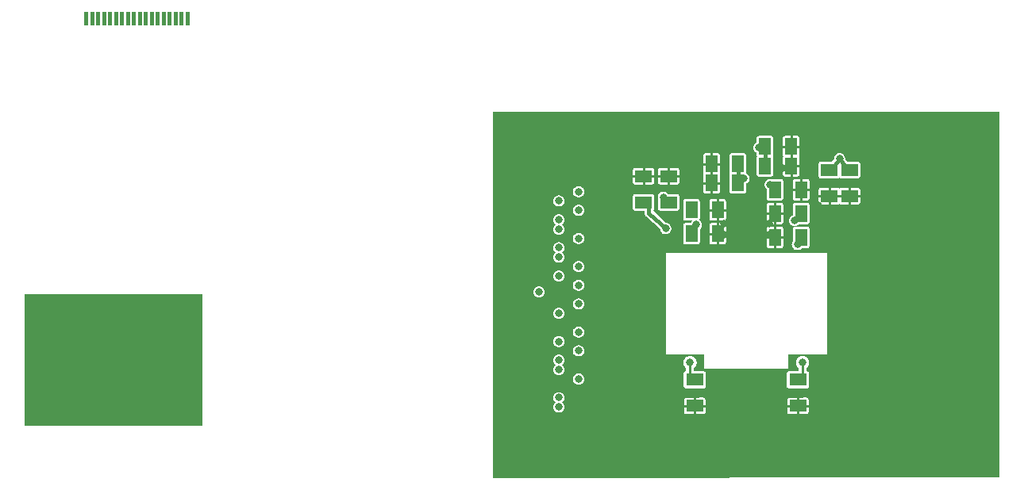
<source format=gbr>
G04 start of page 10 for group 8 idx 1 *
G04 Title: IDEF-X, bottom *
G04 Creator: pcb 1.99z *
G04 CreationDate: Mi 20 Jan 2016 16:51:44 GMT UTC *
G04 For: stephan *
G04 Format: Gerber/RS-274X *
G04 PCB-Dimensions (mil): 7874.02 3937.01 *
G04 PCB-Coordinate-Origin: lower left *
%MOIN*%
%FSLAX25Y25*%
%LNBOTTOM*%
%ADD81C,0.0866*%
%ADD80C,0.0118*%
%ADD79C,0.1024*%
%ADD78C,0.0315*%
%ADD77C,0.1575*%
%ADD76R,0.0500X0.0500*%
%ADD75R,0.0170X0.0170*%
%ADD74C,0.0157*%
%ADD73C,0.0100*%
%ADD72C,0.0001*%
G54D72*G36*
X668996Y194882D02*X736220D01*
Y41339D01*
X668996Y41183D01*
Y156283D01*
X669021Y156253D01*
X669141Y156152D01*
X669274Y156070D01*
X669419Y156010D01*
X669572Y155973D01*
X669728Y155964D01*
X676885Y155973D01*
X677037Y156010D01*
X677182Y156070D01*
X677316Y156152D01*
X677436Y156253D01*
X677537Y156373D01*
X677619Y156507D01*
X677679Y156652D01*
X677716Y156804D01*
X677725Y156961D01*
X677716Y162117D01*
X677679Y162270D01*
X677619Y162415D01*
X677537Y162548D01*
X677436Y162668D01*
X677316Y162770D01*
X677182Y162852D01*
X677037Y162912D01*
X676885Y162948D01*
X676728Y162958D01*
X669572Y162948D01*
X669419Y162912D01*
X669274Y162852D01*
X669141Y162770D01*
X669021Y162668D01*
X668996Y162638D01*
Y167283D01*
X669021Y167253D01*
X669141Y167152D01*
X669274Y167070D01*
X669419Y167010D01*
X669572Y166973D01*
X669728Y166964D01*
X676885Y166973D01*
X677037Y167010D01*
X677182Y167070D01*
X677316Y167152D01*
X677436Y167253D01*
X677537Y167373D01*
X677619Y167507D01*
X677679Y167652D01*
X677716Y167804D01*
X677725Y167961D01*
X677716Y173117D01*
X677679Y173270D01*
X677619Y173415D01*
X677537Y173548D01*
X677436Y173668D01*
X677316Y173770D01*
X677182Y173852D01*
X677037Y173912D01*
X676885Y173948D01*
X676728Y173958D01*
X672073Y173952D01*
X671439Y174902D01*
X671457Y175197D01*
X671435Y175568D01*
X671348Y175929D01*
X671206Y176273D01*
X671011Y176590D01*
X670770Y176872D01*
X670487Y177114D01*
X670170Y177308D01*
X669827Y177450D01*
X669465Y177537D01*
X669094Y177566D01*
X668996Y177559D01*
Y194882D01*
G37*
G36*
X652133D02*X668996D01*
Y177559D01*
X668724Y177537D01*
X668362Y177450D01*
X668019Y177308D01*
X667702Y177114D01*
X667419Y176872D01*
X667178Y176590D01*
X666983Y176273D01*
X666841Y175929D01*
X666754Y175568D01*
X666725Y175197D01*
X666732Y175105D01*
X665812Y173954D01*
X661107Y173948D01*
X660955Y173912D01*
X660810Y173852D01*
X660676Y173770D01*
X660557Y173668D01*
X660455Y173548D01*
X660373Y173415D01*
X660313Y173270D01*
X660276Y173117D01*
X660267Y172961D01*
X660276Y167804D01*
X660313Y167652D01*
X660373Y167507D01*
X660455Y167373D01*
X660557Y167253D01*
X660676Y167152D01*
X660810Y167070D01*
X660955Y167010D01*
X661107Y166973D01*
X661264Y166964D01*
X668420Y166973D01*
X668573Y167010D01*
X668718Y167070D01*
X668852Y167152D01*
X668971Y167253D01*
X668996Y167283D01*
Y162638D01*
X668996Y162638D01*
X668971Y162668D01*
X668852Y162770D01*
X668718Y162852D01*
X668573Y162912D01*
X668420Y162948D01*
X668264Y162958D01*
X661107Y162948D01*
X660955Y162912D01*
X660810Y162852D01*
X660676Y162770D01*
X660557Y162668D01*
X660455Y162548D01*
X660373Y162415D01*
X660313Y162270D01*
X660276Y162117D01*
X660267Y161961D01*
X660276Y156804D01*
X660313Y156652D01*
X660373Y156507D01*
X660455Y156373D01*
X660557Y156253D01*
X660676Y156152D01*
X660810Y156070D01*
X660955Y156010D01*
X661107Y155973D01*
X661264Y155964D01*
X668420Y155973D01*
X668573Y156010D01*
X668718Y156070D01*
X668852Y156152D01*
X668971Y156253D01*
X668996Y156283D01*
Y41183D01*
X652133Y41144D01*
Y67780D01*
X655231Y67784D01*
X655384Y67821D01*
X655529Y67881D01*
X655663Y67963D01*
X655782Y68064D01*
X655884Y68184D01*
X655966Y68318D01*
X656026Y68463D01*
X656063Y68615D01*
X656072Y68772D01*
X656063Y73928D01*
X656026Y74081D01*
X655966Y74226D01*
X655884Y74359D01*
X655782Y74479D01*
X655663Y74581D01*
X655529Y74663D01*
X655384Y74723D01*
X655231Y74759D01*
X655075Y74769D01*
X652133Y74765D01*
Y78597D01*
X655260Y78602D01*
X655441Y78645D01*
X655613Y78716D01*
X655771Y78813D01*
X655913Y78934D01*
X656033Y79075D01*
X656130Y79234D01*
X656202Y79406D01*
X656245Y79586D01*
X656256Y79772D01*
X656245Y84957D01*
X656202Y85138D01*
X656130Y85310D01*
X656033Y85468D01*
X655913Y85609D01*
X655771Y85730D01*
X655613Y85827D01*
X655441Y85898D01*
X655260Y85942D01*
X655224Y85944D01*
Y87378D01*
X655498Y87612D01*
X655780Y87942D01*
X656006Y88312D01*
X656172Y88713D01*
X656274Y89134D01*
X656299Y89567D01*
X656274Y89999D01*
X656172Y90421D01*
X656006Y90822D01*
X655780Y91192D01*
X655498Y91522D01*
X655168Y91803D01*
X654798Y92030D01*
X654398Y92196D01*
X653976Y92297D01*
X653543Y92331D01*
X653111Y92297D01*
X652689Y92196D01*
X652288Y92030D01*
X652133Y91935D01*
Y92913D01*
X663780D01*
Y135433D01*
X652133D01*
Y136929D01*
X652454Y137062D01*
X652771Y137256D01*
X653053Y137498D01*
X653170Y137634D01*
X655597Y137638D01*
X655750Y137675D01*
X655895Y137735D01*
X656029Y137817D01*
X656148Y137919D01*
X656250Y138038D01*
X656332Y138172D01*
X656392Y138317D01*
X656429Y138470D01*
X656438Y138626D01*
X656429Y145782D01*
X656392Y145935D01*
X656332Y146080D01*
X656250Y146214D01*
X656148Y146333D01*
X656029Y146435D01*
X655895Y146517D01*
X655750Y146577D01*
X655597Y146614D01*
X655441Y146623D01*
X652133Y146617D01*
Y147671D01*
X655597Y147678D01*
X655750Y147714D01*
X655895Y147774D01*
X656029Y147856D01*
X656148Y147958D01*
X656250Y148078D01*
X656332Y148211D01*
X656392Y148356D01*
X656429Y148509D01*
X656438Y148665D01*
X656429Y155822D01*
X656392Y155974D01*
X656332Y156119D01*
X656250Y156253D01*
X656148Y156373D01*
X656029Y156474D01*
X655895Y156556D01*
X655750Y156616D01*
X655597Y156653D01*
X655441Y156662D01*
X652133Y156656D01*
Y157711D01*
X655597Y157717D01*
X655750Y157754D01*
X655895Y157814D01*
X656029Y157896D01*
X656148Y157998D01*
X656250Y158117D01*
X656332Y158251D01*
X656392Y158396D01*
X656429Y158548D01*
X656438Y158705D01*
X656429Y165861D01*
X656392Y166014D01*
X656332Y166159D01*
X656250Y166293D01*
X656148Y166412D01*
X656029Y166514D01*
X655895Y166596D01*
X655750Y166656D01*
X655597Y166692D01*
X655441Y166702D01*
X652133Y166696D01*
Y168183D01*
X652198Y168290D01*
X652258Y168435D01*
X652295Y168588D01*
X652304Y168744D01*
X652295Y175901D01*
X652258Y176053D01*
X652198Y176198D01*
X652148Y176280D01*
X652198Y176361D01*
X652258Y176506D01*
X652295Y176659D01*
X652304Y176815D01*
X652295Y183971D01*
X652258Y184124D01*
X652198Y184269D01*
X652133Y184376D01*
Y194882D01*
G37*
G36*
Y41144D02*X641515Y41119D01*
Y87008D01*
X647638D01*
Y92913D01*
X652133D01*
Y91935D01*
X651918Y91803D01*
X651589Y91522D01*
X651307Y91192D01*
X651080Y90822D01*
X650914Y90421D01*
X650813Y89999D01*
X650779Y89567D01*
X650813Y89134D01*
X650914Y88713D01*
X651080Y88312D01*
X651307Y87942D01*
X651589Y87612D01*
X651862Y87378D01*
Y85948D01*
X647889Y85942D01*
X647709Y85898D01*
X647537Y85827D01*
X647378Y85730D01*
X647237Y85609D01*
X647116Y85468D01*
X647019Y85310D01*
X646948Y85138D01*
X646905Y84957D01*
X646894Y84772D01*
X646905Y79586D01*
X646948Y79406D01*
X647019Y79234D01*
X647116Y79075D01*
X647237Y78934D01*
X647378Y78813D01*
X647537Y78716D01*
X647709Y78645D01*
X647889Y78602D01*
X648075Y78591D01*
X652133Y78597D01*
Y74765D01*
X647918Y74759D01*
X647766Y74723D01*
X647621Y74663D01*
X647487Y74581D01*
X647368Y74479D01*
X647266Y74359D01*
X647184Y74226D01*
X647124Y74081D01*
X647087Y73928D01*
X647078Y73772D01*
X647087Y68615D01*
X647124Y68463D01*
X647184Y68318D01*
X647266Y68184D01*
X647368Y68064D01*
X647487Y67963D01*
X647621Y67881D01*
X647766Y67821D01*
X647918Y67784D01*
X648075Y67775D01*
X652133Y67780D01*
Y41144D01*
G37*
G36*
X641515Y194882D02*X652133D01*
Y184376D01*
X652116Y184403D01*
X652014Y184522D01*
X651895Y184624D01*
X651761Y184706D01*
X651616Y184766D01*
X651464Y184803D01*
X651307Y184812D01*
X646151Y184803D01*
X645998Y184766D01*
X645853Y184706D01*
X645719Y184624D01*
X645600Y184522D01*
X645498Y184403D01*
X645416Y184269D01*
X645356Y184124D01*
X645319Y183971D01*
X645310Y183815D01*
X645319Y176659D01*
X645356Y176506D01*
X645416Y176361D01*
X645466Y176280D01*
X645416Y176198D01*
X645356Y176053D01*
X645319Y175901D01*
X645310Y175744D01*
X645319Y168588D01*
X645356Y168435D01*
X645416Y168290D01*
X645498Y168156D01*
X645600Y168037D01*
X645719Y167935D01*
X645853Y167853D01*
X645998Y167793D01*
X646151Y167756D01*
X646307Y167747D01*
X651464Y167756D01*
X651616Y167793D01*
X651761Y167853D01*
X651895Y167935D01*
X652014Y168037D01*
X652116Y168156D01*
X652133Y168183D01*
Y166696D01*
X650284Y166692D01*
X650132Y166656D01*
X649987Y166596D01*
X649853Y166514D01*
X649734Y166412D01*
X649632Y166293D01*
X649550Y166159D01*
X649490Y166014D01*
X649453Y165861D01*
X649444Y165705D01*
X649453Y158548D01*
X649490Y158396D01*
X649550Y158251D01*
X649632Y158117D01*
X649734Y157998D01*
X649853Y157896D01*
X649987Y157814D01*
X650132Y157754D01*
X650284Y157717D01*
X650441Y157708D01*
X652133Y157711D01*
Y156656D01*
X650284Y156653D01*
X650132Y156616D01*
X649987Y156556D01*
X649853Y156474D01*
X649734Y156373D01*
X649632Y156253D01*
X649550Y156119D01*
X649490Y155974D01*
X649453Y155822D01*
X649444Y155665D01*
X649449Y151460D01*
X649121Y151324D01*
X648804Y151130D01*
X648521Y150888D01*
X648280Y150605D01*
X648086Y150288D01*
X647943Y149945D01*
X647857Y149583D01*
X647827Y149213D01*
X647857Y148842D01*
X647943Y148480D01*
X648086Y148137D01*
X648280Y147820D01*
X648521Y147537D01*
X648804Y147296D01*
X649121Y147101D01*
X649465Y146959D01*
X649826Y146872D01*
X650197Y146843D01*
X650568Y146872D01*
X650929Y146959D01*
X651273Y147101D01*
X651590Y147296D01*
X651872Y147537D01*
X651987Y147671D01*
X652133Y147671D01*
Y146617D01*
X650284Y146614D01*
X650132Y146577D01*
X649987Y146517D01*
X649853Y146435D01*
X649734Y146333D01*
X649632Y146214D01*
X649550Y146080D01*
X649490Y145935D01*
X649453Y145782D01*
X649444Y145626D01*
X649450Y140549D01*
X649267Y140249D01*
X649124Y139905D01*
X649038Y139544D01*
X649008Y139173D01*
X649038Y138803D01*
X649124Y138441D01*
X649267Y138098D01*
X649461Y137780D01*
X649702Y137498D01*
X649985Y137256D01*
X650302Y137062D01*
X650646Y136920D01*
X651007Y136833D01*
X651378Y136804D01*
X651749Y136833D01*
X652110Y136920D01*
X652133Y136929D01*
Y135433D01*
X641515D01*
Y137633D01*
X644597Y137638D01*
X644750Y137675D01*
X644895Y137735D01*
X645029Y137817D01*
X645148Y137919D01*
X645250Y138038D01*
X645332Y138172D01*
X645392Y138317D01*
X645429Y138470D01*
X645438Y138626D01*
X645429Y145782D01*
X645392Y145935D01*
X645332Y146080D01*
X645250Y146214D01*
X645148Y146333D01*
X645029Y146435D01*
X644895Y146517D01*
X644750Y146577D01*
X644597Y146614D01*
X644441Y146623D01*
X641515Y146618D01*
Y147672D01*
X644597Y147678D01*
X644750Y147714D01*
X644895Y147774D01*
X645029Y147856D01*
X645148Y147958D01*
X645250Y148078D01*
X645332Y148211D01*
X645392Y148356D01*
X645429Y148509D01*
X645438Y148665D01*
X645429Y155822D01*
X645392Y155974D01*
X645332Y156119D01*
X645250Y156253D01*
X645148Y156373D01*
X645029Y156474D01*
X644895Y156556D01*
X644750Y156616D01*
X644597Y156653D01*
X644441Y156662D01*
X641515Y156657D01*
Y157711D01*
X644597Y157717D01*
X644750Y157754D01*
X644895Y157814D01*
X645029Y157896D01*
X645148Y157998D01*
X645250Y158117D01*
X645332Y158251D01*
X645392Y158396D01*
X645429Y158548D01*
X645438Y158705D01*
X645429Y165861D01*
X645392Y166014D01*
X645332Y166159D01*
X645250Y166293D01*
X645148Y166412D01*
X645029Y166514D01*
X644895Y166596D01*
X644750Y166656D01*
X644597Y166692D01*
X644441Y166702D01*
X641515Y166696D01*
Y194882D01*
G37*
G36*
Y41119D02*X637085Y41109D01*
Y87008D01*
X641515D01*
Y41119D01*
G37*
G36*
X637085Y194882D02*X641515D01*
Y166696D01*
X640398Y166694D01*
X640331Y166710D01*
X639961Y166740D01*
X639590Y166710D01*
X639517Y166693D01*
X639284Y166692D01*
X639132Y166656D01*
X638987Y166596D01*
X638853Y166514D01*
X638734Y166412D01*
X638692Y166363D01*
X638568Y166287D01*
X638285Y166046D01*
X638044Y165763D01*
X637849Y165446D01*
X637707Y165102D01*
X637620Y164741D01*
X637591Y164370D01*
X637620Y163999D01*
X637707Y163638D01*
X637849Y163294D01*
X638044Y162977D01*
X638285Y162695D01*
X638448Y162555D01*
X638453Y158548D01*
X638490Y158396D01*
X638550Y158251D01*
X638632Y158117D01*
X638734Y157998D01*
X638853Y157896D01*
X638987Y157814D01*
X639132Y157754D01*
X639284Y157717D01*
X639441Y157708D01*
X641515Y157711D01*
Y156657D01*
X639284Y156653D01*
X639132Y156616D01*
X638987Y156556D01*
X638853Y156474D01*
X638734Y156373D01*
X638632Y156253D01*
X638550Y156119D01*
X638490Y155974D01*
X638453Y155822D01*
X638444Y155665D01*
X638453Y148509D01*
X638490Y148356D01*
X638550Y148211D01*
X638632Y148078D01*
X638734Y147958D01*
X638853Y147856D01*
X638987Y147774D01*
X639132Y147714D01*
X639284Y147678D01*
X639441Y147668D01*
X641515Y147672D01*
Y146618D01*
X639284Y146614D01*
X639132Y146577D01*
X638987Y146517D01*
X638853Y146435D01*
X638734Y146333D01*
X638632Y146214D01*
X638550Y146080D01*
X638490Y145935D01*
X638453Y145782D01*
X638444Y145626D01*
X638453Y138470D01*
X638490Y138317D01*
X638550Y138172D01*
X638632Y138038D01*
X638734Y137919D01*
X638853Y137817D01*
X638987Y137735D01*
X639132Y137675D01*
X639284Y137638D01*
X639441Y137629D01*
X641515Y137633D01*
Y135433D01*
X637085D01*
Y167750D01*
X640464Y167756D01*
X640616Y167793D01*
X640761Y167853D01*
X640895Y167935D01*
X641014Y168037D01*
X641116Y168156D01*
X641198Y168290D01*
X641258Y168435D01*
X641295Y168588D01*
X641304Y168744D01*
X641295Y175901D01*
X641258Y176053D01*
X641198Y176198D01*
X641148Y176280D01*
X641198Y176361D01*
X641258Y176506D01*
X641295Y176659D01*
X641304Y176815D01*
X641295Y183971D01*
X641258Y184124D01*
X641198Y184269D01*
X641116Y184403D01*
X641014Y184522D01*
X640895Y184624D01*
X640761Y184706D01*
X640616Y184766D01*
X640464Y184803D01*
X640307Y184812D01*
X637085Y184806D01*
Y194882D01*
G37*
G36*
Y41109D02*X608242Y41042D01*
Y67779D01*
X611924Y67784D01*
X612077Y67821D01*
X612222Y67881D01*
X612356Y67963D01*
X612475Y68064D01*
X612577Y68184D01*
X612659Y68318D01*
X612719Y68463D01*
X612755Y68615D01*
X612765Y68772D01*
X612755Y73928D01*
X612719Y74081D01*
X612659Y74226D01*
X612577Y74359D01*
X612475Y74479D01*
X612356Y74581D01*
X612222Y74663D01*
X612077Y74723D01*
X611924Y74759D01*
X611768Y74769D01*
X608242Y74764D01*
Y78596D01*
X611953Y78602D01*
X612134Y78645D01*
X612306Y78716D01*
X612464Y78813D01*
X612605Y78934D01*
X612726Y79075D01*
X612823Y79234D01*
X612894Y79406D01*
X612938Y79586D01*
X612949Y79772D01*
X612938Y84957D01*
X612894Y85138D01*
X612823Y85310D01*
X612726Y85468D01*
X612605Y85609D01*
X612464Y85730D01*
X612306Y85827D01*
X612134Y85898D01*
X611953Y85942D01*
X611768Y85953D01*
X608242Y85947D01*
Y87602D01*
X608254Y87612D01*
X608536Y87942D01*
X608762Y88312D01*
X608928Y88713D01*
X609030Y89134D01*
X609055Y89567D01*
X609030Y89999D01*
X608928Y90421D01*
X608762Y90822D01*
X608536Y91192D01*
X608254Y91522D01*
X608242Y91532D01*
Y92913D01*
X612205D01*
Y87008D01*
X637085D01*
Y41109D01*
G37*
G36*
X608242Y85947D02*X607980Y85947D01*
Y87378D01*
X608242Y87602D01*
Y85947D01*
G37*
G36*
Y41042D02*X597225Y41017D01*
Y92913D01*
X608242D01*
Y91532D01*
X607924Y91803D01*
X607554Y92030D01*
X607153Y92196D01*
X606732Y92297D01*
X606299Y92331D01*
X605867Y92297D01*
X605445Y92196D01*
X605044Y92030D01*
X604674Y91803D01*
X604344Y91522D01*
X604063Y91192D01*
X603836Y90822D01*
X603670Y90421D01*
X603569Y89999D01*
X603535Y89567D01*
X603569Y89134D01*
X603670Y88713D01*
X603836Y88312D01*
X604063Y87942D01*
X604344Y87612D01*
X604618Y87378D01*
Y85942D01*
X604582Y85942D01*
X604402Y85898D01*
X604230Y85827D01*
X604071Y85730D01*
X603930Y85609D01*
X603809Y85468D01*
X603712Y85310D01*
X603641Y85138D01*
X603598Y84957D01*
X603587Y84772D01*
X603598Y79586D01*
X603641Y79406D01*
X603712Y79234D01*
X603809Y79075D01*
X603930Y78934D01*
X604071Y78813D01*
X604230Y78716D01*
X604402Y78645D01*
X604582Y78602D01*
X604768Y78591D01*
X608242Y78596D01*
Y74764D01*
X604611Y74759D01*
X604459Y74723D01*
X604314Y74663D01*
X604180Y74581D01*
X604061Y74479D01*
X603959Y74359D01*
X603877Y74226D01*
X603817Y74081D01*
X603780Y73928D01*
X603771Y73772D01*
X603780Y68615D01*
X603817Y68463D01*
X603877Y68318D01*
X603959Y68184D01*
X604061Y68064D01*
X604180Y67963D01*
X604314Y67881D01*
X604459Y67821D01*
X604611Y67784D01*
X604768Y67775D01*
X608242Y67779D01*
Y41042D01*
G37*
G36*
X607313Y149248D02*X607337Y149248D01*
X607313Y149227D01*
Y149248D01*
G37*
G36*
X627084Y194882D02*X637085D01*
Y184806D01*
X635151Y184803D01*
X634998Y184766D01*
X634853Y184706D01*
X634719Y184624D01*
X634600Y184522D01*
X634498Y184403D01*
X634416Y184269D01*
X634356Y184124D01*
X634319Y183971D01*
X634310Y183815D01*
X634312Y182095D01*
X634160Y182032D01*
X633843Y181838D01*
X633561Y181597D01*
X633319Y181314D01*
X633125Y180997D01*
X632983Y180653D01*
X632896Y180292D01*
X632867Y179921D01*
X632896Y179551D01*
X632983Y179189D01*
X633125Y178846D01*
X633319Y178529D01*
X633561Y178246D01*
X633843Y178004D01*
X634160Y177810D01*
X634318Y177745D01*
X634319Y176659D01*
X634356Y176506D01*
X634416Y176361D01*
X634466Y176280D01*
X634416Y176198D01*
X634356Y176053D01*
X634319Y175901D01*
X634310Y175744D01*
X634319Y168588D01*
X634356Y168435D01*
X634416Y168290D01*
X634498Y168156D01*
X634600Y168037D01*
X634719Y167935D01*
X634853Y167853D01*
X634998Y167793D01*
X635151Y167756D01*
X635307Y167747D01*
X637085Y167750D01*
Y135433D01*
X627084D01*
Y160469D01*
X629023Y160473D01*
X629175Y160510D01*
X629320Y160570D01*
X629454Y160652D01*
X629573Y160753D01*
X629675Y160873D01*
X629757Y161007D01*
X629817Y161152D01*
X629854Y161304D01*
X629863Y161461D01*
X629859Y164754D01*
X630013Y164818D01*
X630330Y165012D01*
X630612Y165254D01*
X630854Y165536D01*
X631048Y165853D01*
X631191Y166197D01*
X631277Y166558D01*
X631299Y166929D01*
X631277Y167300D01*
X631191Y167661D01*
X631048Y168005D01*
X630854Y168322D01*
X630612Y168605D01*
X630330Y168846D01*
X630013Y169040D01*
X629782Y169136D01*
X629817Y169222D01*
X629854Y169375D01*
X629863Y169532D01*
X629854Y176688D01*
X629817Y176841D01*
X629757Y176986D01*
X629675Y177119D01*
X629573Y177239D01*
X629454Y177341D01*
X629320Y177423D01*
X629175Y177483D01*
X629023Y177519D01*
X628866Y177528D01*
X627084Y177525D01*
Y194882D01*
G37*
G36*
X617902D02*X627084D01*
Y177525D01*
X623710Y177519D01*
X623557Y177483D01*
X623412Y177423D01*
X623278Y177341D01*
X623159Y177239D01*
X623057Y177119D01*
X622975Y176986D01*
X622915Y176841D01*
X622878Y176688D01*
X622869Y176531D01*
X622878Y169375D01*
X622915Y169222D01*
X622975Y169077D01*
X623025Y168996D01*
X622975Y168915D01*
X622915Y168770D01*
X622878Y168617D01*
X622869Y168461D01*
X622878Y161304D01*
X622915Y161152D01*
X622975Y161007D01*
X623057Y160873D01*
X623159Y160753D01*
X623278Y160652D01*
X623412Y160570D01*
X623557Y160510D01*
X623710Y160473D01*
X623866Y160464D01*
X627084Y160469D01*
Y135433D01*
X617902D01*
Y139208D01*
X620558Y139213D01*
X620711Y139250D01*
X620856Y139310D01*
X620989Y139392D01*
X621109Y139494D01*
X621211Y139613D01*
X621293Y139747D01*
X621353Y139892D01*
X621389Y140044D01*
X621399Y140201D01*
X621389Y147357D01*
X621353Y147510D01*
X621293Y147655D01*
X621211Y147789D01*
X621109Y147908D01*
X620989Y148010D01*
X620856Y148092D01*
X620711Y148152D01*
X620558Y148189D01*
X620402Y148198D01*
X617902Y148193D01*
Y149248D01*
X620558Y149252D01*
X620711Y149289D01*
X620856Y149349D01*
X620989Y149431D01*
X621109Y149533D01*
X621211Y149652D01*
X621293Y149786D01*
X621353Y149931D01*
X621389Y150084D01*
X621399Y150240D01*
X621389Y157397D01*
X621353Y157549D01*
X621293Y157694D01*
X621211Y157828D01*
X621109Y157947D01*
X620989Y158049D01*
X620856Y158131D01*
X620711Y158191D01*
X620558Y158228D01*
X620402Y158237D01*
X617902Y158233D01*
Y160473D01*
X618023Y160473D01*
X618175Y160510D01*
X618320Y160570D01*
X618454Y160652D01*
X618573Y160753D01*
X618675Y160873D01*
X618757Y161007D01*
X618817Y161152D01*
X618854Y161304D01*
X618863Y161461D01*
X618854Y168617D01*
X618817Y168770D01*
X618757Y168915D01*
X618707Y168996D01*
X618757Y169077D01*
X618817Y169222D01*
X618854Y169375D01*
X618863Y169532D01*
X618854Y176688D01*
X618817Y176841D01*
X618757Y176986D01*
X618675Y177119D01*
X618573Y177239D01*
X618454Y177341D01*
X618320Y177423D01*
X618175Y177483D01*
X618023Y177519D01*
X617902Y177526D01*
Y194882D01*
G37*
G36*
X607313D02*X617902D01*
Y177526D01*
X617866Y177528D01*
X612710Y177519D01*
X612557Y177483D01*
X612412Y177423D01*
X612278Y177341D01*
X612159Y177239D01*
X612057Y177119D01*
X611975Y176986D01*
X611915Y176841D01*
X611878Y176688D01*
X611869Y176531D01*
X611878Y169375D01*
X611915Y169222D01*
X611975Y169077D01*
X612025Y168996D01*
X611975Y168915D01*
X611915Y168770D01*
X611878Y168617D01*
X611869Y168461D01*
X611878Y161304D01*
X611915Y161152D01*
X611975Y161007D01*
X612057Y160873D01*
X612159Y160753D01*
X612278Y160652D01*
X612412Y160570D01*
X612557Y160510D01*
X612710Y160473D01*
X612866Y160464D01*
X617902Y160473D01*
Y158233D01*
X615245Y158228D01*
X615093Y158191D01*
X614948Y158131D01*
X614814Y158049D01*
X614694Y157947D01*
X614592Y157828D01*
X614510Y157694D01*
X614450Y157549D01*
X614414Y157397D01*
X614405Y157240D01*
X614414Y150084D01*
X614450Y149931D01*
X614510Y149786D01*
X614592Y149652D01*
X614694Y149533D01*
X614814Y149431D01*
X614948Y149349D01*
X615093Y149289D01*
X615245Y149252D01*
X615402Y149243D01*
X617902Y149248D01*
Y148193D01*
X615245Y148189D01*
X615093Y148152D01*
X614948Y148092D01*
X614814Y148010D01*
X614694Y147908D01*
X614592Y147789D01*
X614510Y147655D01*
X614450Y147510D01*
X614414Y147357D01*
X614405Y147201D01*
X614414Y140044D01*
X614450Y139892D01*
X614510Y139747D01*
X614592Y139613D01*
X614694Y139494D01*
X614814Y139392D01*
X614948Y139310D01*
X615093Y139250D01*
X615245Y139213D01*
X615402Y139204D01*
X617902Y139208D01*
Y135433D01*
X607313D01*
Y139209D01*
X609558Y139213D01*
X609711Y139250D01*
X609856Y139310D01*
X609989Y139392D01*
X610109Y139494D01*
X610211Y139613D01*
X610293Y139747D01*
X610353Y139892D01*
X610389Y140044D01*
X610399Y140201D01*
X610392Y145644D01*
X610534Y145765D01*
X610775Y146048D01*
X610970Y146365D01*
X611112Y146709D01*
X611199Y147070D01*
X611220Y147441D01*
X611199Y147812D01*
X611112Y148173D01*
X610970Y148517D01*
X610775Y148834D01*
X610534Y149116D01*
X610251Y149358D01*
X610049Y149482D01*
X610109Y149533D01*
X610211Y149652D01*
X610293Y149786D01*
X610353Y149931D01*
X610389Y150084D01*
X610399Y150240D01*
X610389Y157397D01*
X610353Y157549D01*
X610293Y157694D01*
X610211Y157828D01*
X610109Y157947D01*
X609989Y158049D01*
X609856Y158131D01*
X609711Y158191D01*
X609558Y158228D01*
X609402Y158237D01*
X607313Y158233D01*
Y194882D01*
G37*
G36*
X597225D02*X607313D01*
Y158233D01*
X604245Y158228D01*
X604093Y158191D01*
X603948Y158131D01*
X603814Y158049D01*
X603694Y157947D01*
X603592Y157828D01*
X603510Y157694D01*
X603450Y157549D01*
X603414Y157397D01*
X603405Y157240D01*
X603414Y150084D01*
X603450Y149931D01*
X603510Y149786D01*
X603592Y149652D01*
X603694Y149533D01*
X603814Y149431D01*
X603948Y149349D01*
X604093Y149289D01*
X604245Y149252D01*
X604402Y149243D01*
X607313Y149248D01*
Y149227D01*
X607183Y149116D01*
X606941Y148834D01*
X606747Y148517D01*
X606613Y148193D01*
X604245Y148189D01*
X604093Y148152D01*
X603948Y148092D01*
X603814Y148010D01*
X603694Y147908D01*
X603592Y147789D01*
X603510Y147655D01*
X603450Y147510D01*
X603414Y147357D01*
X603405Y147201D01*
X603414Y140044D01*
X603450Y139892D01*
X603510Y139747D01*
X603592Y139613D01*
X603694Y139494D01*
X603814Y139392D01*
X603948Y139310D01*
X604093Y139250D01*
X604245Y139213D01*
X604402Y139204D01*
X607313Y139209D01*
Y135433D01*
X597225D01*
Y143808D01*
X597456Y143949D01*
X597738Y144191D01*
X597980Y144473D01*
X598174Y144790D01*
X598317Y145134D01*
X598403Y145495D01*
X598425Y145866D01*
X598403Y146237D01*
X598317Y146598D01*
X598174Y146942D01*
X597980Y147259D01*
X597738Y147542D01*
X597456Y147783D01*
X597225Y147924D01*
Y153409D01*
X600901Y153414D01*
X601053Y153450D01*
X601198Y153511D01*
X601332Y153592D01*
X601451Y153694D01*
X601553Y153814D01*
X601635Y153948D01*
X601695Y154093D01*
X601732Y154245D01*
X601741Y154402D01*
X601732Y159558D01*
X601695Y159711D01*
X601635Y159856D01*
X601553Y159989D01*
X601451Y160109D01*
X601332Y160211D01*
X601198Y160293D01*
X601053Y160353D01*
X600901Y160389D01*
X600744Y160399D01*
X597225Y160394D01*
Y164409D01*
X600901Y164414D01*
X601053Y164450D01*
X601198Y164511D01*
X601332Y164592D01*
X601451Y164694D01*
X601553Y164814D01*
X601635Y164948D01*
X601695Y165093D01*
X601732Y165245D01*
X601741Y165402D01*
X601732Y170558D01*
X601695Y170711D01*
X601635Y170856D01*
X601553Y170989D01*
X601451Y171109D01*
X601332Y171211D01*
X601198Y171293D01*
X601053Y171353D01*
X600901Y171389D01*
X600744Y171399D01*
X597225Y171394D01*
Y194882D01*
G37*
G36*
X586811Y153409D02*X587189Y153410D01*
Y152393D01*
X587185Y152284D01*
X587201Y152152D01*
X587206Y152082D01*
X587215Y152044D01*
X587219Y152005D01*
X587247Y151907D01*
X587271Y151808D01*
X587286Y151772D01*
X587297Y151735D01*
X587340Y151642D01*
X587379Y151548D01*
X587399Y151515D01*
X587416Y151480D01*
X587473Y151395D01*
X587526Y151308D01*
X587551Y151279D01*
X587573Y151246D01*
X587622Y151196D01*
X587709Y151094D01*
X587792Y151024D01*
X593715Y145594D01*
X593723Y145495D01*
X593809Y145134D01*
X593952Y144790D01*
X594146Y144473D01*
X594388Y144191D01*
X594670Y143949D01*
X594987Y143755D01*
X595331Y143613D01*
X595692Y143526D01*
X596063Y143497D01*
X596434Y143526D01*
X596795Y143613D01*
X597139Y143755D01*
X597225Y143808D01*
Y135433D01*
X596063D01*
Y92913D01*
X597225D01*
Y41017D01*
X586811Y40993D01*
Y153409D01*
G37*
G36*
Y194882D02*X597225D01*
Y171394D01*
X593588Y171389D01*
X593435Y171353D01*
X593290Y171293D01*
X593156Y171211D01*
X593037Y171109D01*
X592935Y170989D01*
X592853Y170856D01*
X592793Y170711D01*
X592756Y170558D01*
X592747Y170402D01*
X592756Y165245D01*
X592793Y165093D01*
X592853Y164948D01*
X592935Y164814D01*
X593037Y164694D01*
X593156Y164592D01*
X593290Y164511D01*
X593435Y164450D01*
X593588Y164414D01*
X593744Y164405D01*
X597225Y164409D01*
Y160394D01*
X597029Y160394D01*
X596996Y160448D01*
X596754Y160731D01*
X596471Y160972D01*
X596154Y161166D01*
X595811Y161309D01*
X595449Y161395D01*
X595079Y161425D01*
X594708Y161395D01*
X594347Y161309D01*
X594003Y161166D01*
X593686Y160972D01*
X593403Y160731D01*
X593162Y160448D01*
X592968Y160131D01*
X592854Y159858D01*
X592853Y159856D01*
X592793Y159711D01*
X592756Y159558D01*
X592752Y159482D01*
X592738Y159426D01*
X592709Y159055D01*
X592738Y158684D01*
X592748Y158643D01*
X592756Y154245D01*
X592793Y154093D01*
X592853Y153948D01*
X592935Y153814D01*
X593037Y153694D01*
X593156Y153592D01*
X593290Y153511D01*
X593435Y153450D01*
X593588Y153414D01*
X593744Y153405D01*
X597225Y153409D01*
Y147924D01*
X597139Y147977D01*
X596795Y148120D01*
X596434Y148206D01*
X596129Y148230D01*
X590764Y153148D01*
Y153510D01*
X590765Y153511D01*
X590899Y153592D01*
X591018Y153694D01*
X591120Y153814D01*
X591202Y153948D01*
X591262Y154093D01*
X591299Y154245D01*
X591308Y154402D01*
X591299Y159558D01*
X591262Y159711D01*
X591202Y159856D01*
X591120Y159989D01*
X591018Y160109D01*
X590899Y160211D01*
X590765Y160293D01*
X590620Y160353D01*
X590467Y160389D01*
X590311Y160399D01*
X586811Y160394D01*
Y164409D01*
X590467Y164414D01*
X590620Y164450D01*
X590765Y164511D01*
X590899Y164592D01*
X591018Y164694D01*
X591120Y164814D01*
X591202Y164948D01*
X591262Y165093D01*
X591299Y165245D01*
X591308Y165402D01*
X591299Y170558D01*
X591262Y170711D01*
X591202Y170856D01*
X591120Y170989D01*
X591018Y171109D01*
X590899Y171211D01*
X590765Y171293D01*
X590620Y171353D01*
X590467Y171389D01*
X590311Y171399D01*
X586811Y171394D01*
Y194882D01*
G37*
G36*
X559445D02*X586811D01*
Y171394D01*
X583155Y171389D01*
X583002Y171353D01*
X582857Y171293D01*
X582723Y171211D01*
X582604Y171109D01*
X582502Y170989D01*
X582420Y170856D01*
X582360Y170711D01*
X582323Y170558D01*
X582314Y170402D01*
X582323Y165245D01*
X582360Y165093D01*
X582420Y164948D01*
X582502Y164814D01*
X582604Y164694D01*
X582723Y164592D01*
X582857Y164511D01*
X583002Y164450D01*
X583155Y164414D01*
X583311Y164405D01*
X586811Y164409D01*
Y160394D01*
X583155Y160389D01*
X583002Y160353D01*
X582857Y160293D01*
X582723Y160211D01*
X582604Y160109D01*
X582502Y159989D01*
X582420Y159856D01*
X582360Y159711D01*
X582323Y159558D01*
X582314Y159402D01*
X582323Y154245D01*
X582360Y154093D01*
X582420Y153948D01*
X582502Y153814D01*
X582604Y153694D01*
X582723Y153592D01*
X582857Y153511D01*
X583002Y153450D01*
X583155Y153414D01*
X583311Y153405D01*
X586811Y153409D01*
Y40993D01*
X559445Y40929D01*
Y80308D01*
X559449Y80308D01*
X559819Y80337D01*
X560181Y80424D01*
X560525Y80566D01*
X560842Y80760D01*
X561124Y81002D01*
X561366Y81284D01*
X561560Y81601D01*
X561702Y81945D01*
X561789Y82306D01*
X561811Y82677D01*
X561789Y83048D01*
X561702Y83409D01*
X561560Y83753D01*
X561366Y84070D01*
X561124Y84353D01*
X560842Y84594D01*
X560525Y84788D01*
X560181Y84931D01*
X559819Y85017D01*
X559449Y85047D01*
X559445Y85046D01*
Y92119D01*
X559449Y92119D01*
X559819Y92148D01*
X560181Y92235D01*
X560525Y92377D01*
X560842Y92571D01*
X561124Y92813D01*
X561366Y93095D01*
X561560Y93412D01*
X561702Y93756D01*
X561789Y94118D01*
X561811Y94488D01*
X561789Y94859D01*
X561702Y95220D01*
X561560Y95564D01*
X561366Y95881D01*
X561124Y96164D01*
X560842Y96405D01*
X560525Y96599D01*
X560181Y96742D01*
X559819Y96829D01*
X559449Y96858D01*
X559445Y96857D01*
Y99993D01*
X559449Y99993D01*
X559819Y100022D01*
X560181Y100109D01*
X560525Y100251D01*
X560842Y100445D01*
X561124Y100687D01*
X561366Y100969D01*
X561560Y101286D01*
X561702Y101630D01*
X561789Y101992D01*
X561811Y102362D01*
X561789Y102733D01*
X561702Y103094D01*
X561560Y103438D01*
X561366Y103755D01*
X561124Y104038D01*
X560842Y104279D01*
X560525Y104473D01*
X560181Y104616D01*
X559819Y104703D01*
X559449Y104732D01*
X559445Y104731D01*
Y111804D01*
X559449Y111804D01*
X559819Y111833D01*
X560181Y111920D01*
X560525Y112062D01*
X560842Y112256D01*
X561124Y112498D01*
X561366Y112780D01*
X561560Y113098D01*
X561702Y113441D01*
X561789Y113803D01*
X561811Y114173D01*
X561789Y114544D01*
X561702Y114905D01*
X561560Y115249D01*
X561366Y115566D01*
X561124Y115849D01*
X560842Y116090D01*
X560525Y116284D01*
X560181Y116427D01*
X559819Y116514D01*
X559449Y116543D01*
X559445Y116542D01*
Y119678D01*
X559449Y119678D01*
X559819Y119707D01*
X560181Y119794D01*
X560525Y119936D01*
X560842Y120130D01*
X561124Y120372D01*
X561366Y120654D01*
X561560Y120972D01*
X561702Y121315D01*
X561789Y121677D01*
X561811Y122047D01*
X561789Y122418D01*
X561702Y122779D01*
X561560Y123123D01*
X561366Y123440D01*
X561124Y123723D01*
X560842Y123964D01*
X560525Y124158D01*
X560181Y124301D01*
X559819Y124388D01*
X559449Y124417D01*
X559445Y124416D01*
Y127552D01*
X559449Y127552D01*
X559819Y127581D01*
X560181Y127668D01*
X560525Y127810D01*
X560842Y128004D01*
X561124Y128246D01*
X561366Y128529D01*
X561560Y128846D01*
X561702Y129189D01*
X561789Y129551D01*
X561811Y129921D01*
X561789Y130292D01*
X561702Y130653D01*
X561560Y130997D01*
X561366Y131314D01*
X561124Y131597D01*
X560842Y131838D01*
X560525Y132032D01*
X560181Y132175D01*
X559819Y132262D01*
X559449Y132291D01*
X559445Y132290D01*
Y139363D01*
X559449Y139363D01*
X559819Y139392D01*
X560181Y139479D01*
X560525Y139621D01*
X560842Y139815D01*
X561124Y140057D01*
X561366Y140340D01*
X561560Y140657D01*
X561702Y141000D01*
X561789Y141362D01*
X561811Y141732D01*
X561789Y142103D01*
X561702Y142464D01*
X561560Y142808D01*
X561366Y143125D01*
X561124Y143408D01*
X560842Y143649D01*
X560525Y143844D01*
X560181Y143986D01*
X559819Y144073D01*
X559449Y144102D01*
X559445Y144101D01*
Y151174D01*
X559449Y151174D01*
X559819Y151203D01*
X560181Y151290D01*
X560525Y151432D01*
X560842Y151626D01*
X561124Y151868D01*
X561366Y152151D01*
X561560Y152468D01*
X561702Y152811D01*
X561789Y153173D01*
X561811Y153543D01*
X561789Y153914D01*
X561702Y154276D01*
X561560Y154619D01*
X561366Y154936D01*
X561124Y155219D01*
X560842Y155460D01*
X560525Y155655D01*
X560181Y155797D01*
X559819Y155884D01*
X559449Y155913D01*
X559445Y155913D01*
Y159048D01*
X559449Y159048D01*
X559819Y159077D01*
X560181Y159164D01*
X560525Y159306D01*
X560842Y159500D01*
X561124Y159742D01*
X561366Y160025D01*
X561560Y160342D01*
X561702Y160685D01*
X561789Y161047D01*
X561811Y161417D01*
X561789Y161788D01*
X561702Y162150D01*
X561560Y162493D01*
X561366Y162810D01*
X561124Y163093D01*
X560842Y163334D01*
X560525Y163529D01*
X560181Y163671D01*
X559819Y163758D01*
X559449Y163787D01*
X559445Y163787D01*
Y194882D01*
G37*
G36*
X551177D02*X559445D01*
Y163787D01*
X559078Y163758D01*
X558717Y163671D01*
X558373Y163529D01*
X558056Y163334D01*
X557773Y163093D01*
X557532Y162810D01*
X557338Y162493D01*
X557195Y162150D01*
X557108Y161788D01*
X557079Y161417D01*
X557108Y161047D01*
X557195Y160685D01*
X557338Y160342D01*
X557532Y160025D01*
X557773Y159742D01*
X558056Y159500D01*
X558373Y159306D01*
X558717Y159164D01*
X559078Y159077D01*
X559445Y159048D01*
Y155913D01*
X559078Y155884D01*
X558717Y155797D01*
X558373Y155655D01*
X558056Y155460D01*
X557773Y155219D01*
X557532Y154936D01*
X557338Y154619D01*
X557195Y154276D01*
X557108Y153914D01*
X557079Y153543D01*
X557108Y153173D01*
X557195Y152811D01*
X557338Y152468D01*
X557532Y152151D01*
X557773Y151868D01*
X558056Y151626D01*
X558373Y151432D01*
X558717Y151290D01*
X559078Y151203D01*
X559445Y151174D01*
Y144101D01*
X559078Y144073D01*
X558717Y143986D01*
X558373Y143844D01*
X558056Y143649D01*
X557773Y143408D01*
X557532Y143125D01*
X557338Y142808D01*
X557195Y142464D01*
X557108Y142103D01*
X557079Y141732D01*
X557108Y141362D01*
X557195Y141000D01*
X557338Y140657D01*
X557532Y140340D01*
X557773Y140057D01*
X558056Y139815D01*
X558373Y139621D01*
X558717Y139479D01*
X559078Y139392D01*
X559445Y139363D01*
Y132290D01*
X559078Y132262D01*
X558717Y132175D01*
X558373Y132032D01*
X558056Y131838D01*
X557773Y131597D01*
X557532Y131314D01*
X557338Y130997D01*
X557195Y130653D01*
X557108Y130292D01*
X557079Y129921D01*
X557108Y129551D01*
X557195Y129189D01*
X557338Y128846D01*
X557532Y128529D01*
X557773Y128246D01*
X558056Y128004D01*
X558373Y127810D01*
X558717Y127668D01*
X559078Y127581D01*
X559445Y127552D01*
Y124416D01*
X559078Y124388D01*
X558717Y124301D01*
X558373Y124158D01*
X558056Y123964D01*
X557773Y123723D01*
X557532Y123440D01*
X557338Y123123D01*
X557195Y122779D01*
X557108Y122418D01*
X557079Y122047D01*
X557108Y121677D01*
X557195Y121315D01*
X557338Y120972D01*
X557532Y120654D01*
X557773Y120372D01*
X558056Y120130D01*
X558373Y119936D01*
X558717Y119794D01*
X559078Y119707D01*
X559445Y119678D01*
Y116542D01*
X559078Y116514D01*
X558717Y116427D01*
X558373Y116284D01*
X558056Y116090D01*
X557773Y115849D01*
X557532Y115566D01*
X557338Y115249D01*
X557195Y114905D01*
X557108Y114544D01*
X557079Y114173D01*
X557108Y113803D01*
X557195Y113441D01*
X557338Y113098D01*
X557532Y112780D01*
X557773Y112498D01*
X558056Y112256D01*
X558373Y112062D01*
X558717Y111920D01*
X559078Y111833D01*
X559445Y111804D01*
Y104731D01*
X559078Y104703D01*
X558717Y104616D01*
X558373Y104473D01*
X558056Y104279D01*
X557773Y104038D01*
X557532Y103755D01*
X557338Y103438D01*
X557195Y103094D01*
X557108Y102733D01*
X557079Y102362D01*
X557108Y101992D01*
X557195Y101630D01*
X557338Y101286D01*
X557532Y100969D01*
X557773Y100687D01*
X558056Y100445D01*
X558373Y100251D01*
X558717Y100109D01*
X559078Y100022D01*
X559445Y99993D01*
Y96857D01*
X559078Y96829D01*
X558717Y96742D01*
X558373Y96599D01*
X558056Y96405D01*
X557773Y96164D01*
X557532Y95881D01*
X557338Y95564D01*
X557195Y95220D01*
X557108Y94859D01*
X557079Y94488D01*
X557108Y94118D01*
X557195Y93756D01*
X557338Y93412D01*
X557532Y93095D01*
X557773Y92813D01*
X558056Y92571D01*
X558373Y92377D01*
X558717Y92235D01*
X559078Y92148D01*
X559445Y92119D01*
Y85046D01*
X559078Y85017D01*
X558717Y84931D01*
X558373Y84788D01*
X558056Y84594D01*
X557773Y84353D01*
X557532Y84070D01*
X557338Y83753D01*
X557195Y83409D01*
X557108Y83048D01*
X557079Y82677D01*
X557108Y82306D01*
X557195Y81945D01*
X557338Y81601D01*
X557532Y81284D01*
X557773Y81002D01*
X558056Y80760D01*
X558373Y80566D01*
X558717Y80424D01*
X559078Y80337D01*
X559445Y80308D01*
Y40929D01*
X551177Y40910D01*
Y68497D01*
X551181Y68497D01*
X551552Y68526D01*
X551913Y68613D01*
X552257Y68755D01*
X552574Y68949D01*
X552857Y69191D01*
X553098Y69473D01*
X553292Y69790D01*
X553435Y70134D01*
X553521Y70495D01*
X553543Y70866D01*
X553521Y71237D01*
X553435Y71598D01*
X553292Y71942D01*
X553098Y72259D01*
X552857Y72542D01*
X552574Y72783D01*
X552490Y72835D01*
X552574Y72886D01*
X552857Y73128D01*
X553098Y73410D01*
X553292Y73727D01*
X553435Y74071D01*
X553521Y74432D01*
X553543Y74803D01*
X553521Y75174D01*
X553435Y75535D01*
X553292Y75879D01*
X553098Y76196D01*
X552857Y76479D01*
X552574Y76720D01*
X552257Y76914D01*
X551913Y77057D01*
X551552Y77143D01*
X551181Y77173D01*
X551177Y77172D01*
Y84245D01*
X551181Y84245D01*
X551552Y84274D01*
X551913Y84361D01*
X552257Y84503D01*
X552574Y84697D01*
X552857Y84939D01*
X553098Y85221D01*
X553292Y85538D01*
X553435Y85882D01*
X553521Y86244D01*
X553543Y86614D01*
X553521Y86985D01*
X553435Y87346D01*
X553292Y87690D01*
X553098Y88007D01*
X552857Y88290D01*
X552574Y88531D01*
X552490Y88583D01*
X552574Y88634D01*
X552857Y88876D01*
X553098Y89158D01*
X553292Y89475D01*
X553435Y89819D01*
X553521Y90181D01*
X553543Y90551D01*
X553521Y90922D01*
X553435Y91283D01*
X553292Y91627D01*
X553098Y91944D01*
X552857Y92227D01*
X552574Y92468D01*
X552257Y92662D01*
X551913Y92805D01*
X551552Y92892D01*
X551181Y92921D01*
X551177Y92920D01*
Y96056D01*
X551181Y96056D01*
X551552Y96085D01*
X551913Y96172D01*
X552257Y96314D01*
X552574Y96508D01*
X552857Y96750D01*
X553098Y97032D01*
X553292Y97349D01*
X553435Y97693D01*
X553521Y98055D01*
X553543Y98425D01*
X553521Y98796D01*
X553435Y99157D01*
X553292Y99501D01*
X553098Y99818D01*
X552857Y100101D01*
X552574Y100342D01*
X552257Y100536D01*
X551913Y100679D01*
X551552Y100766D01*
X551181Y100795D01*
X551177Y100794D01*
Y107867D01*
X551181Y107867D01*
X551552Y107896D01*
X551913Y107983D01*
X552257Y108125D01*
X552574Y108319D01*
X552857Y108561D01*
X553098Y108843D01*
X553292Y109160D01*
X553435Y109504D01*
X553521Y109866D01*
X553543Y110236D01*
X553521Y110607D01*
X553435Y110968D01*
X553292Y111312D01*
X553098Y111629D01*
X552857Y111912D01*
X552574Y112153D01*
X552257Y112347D01*
X551913Y112490D01*
X551552Y112577D01*
X551181Y112606D01*
X551177Y112605D01*
Y123615D01*
X551181Y123615D01*
X551552Y123644D01*
X551913Y123731D01*
X552257Y123873D01*
X552574Y124067D01*
X552857Y124309D01*
X553098Y124592D01*
X553292Y124909D01*
X553435Y125252D01*
X553521Y125614D01*
X553543Y125984D01*
X553521Y126355D01*
X553435Y126716D01*
X553292Y127060D01*
X553098Y127377D01*
X552857Y127660D01*
X552574Y127901D01*
X552257Y128095D01*
X551913Y128238D01*
X551552Y128325D01*
X551181Y128354D01*
X551177Y128353D01*
Y131489D01*
X551181Y131489D01*
X551552Y131518D01*
X551913Y131605D01*
X552257Y131747D01*
X552574Y131941D01*
X552857Y132183D01*
X553098Y132466D01*
X553292Y132783D01*
X553435Y133126D01*
X553521Y133488D01*
X553543Y133858D01*
X553521Y134229D01*
X553435Y134590D01*
X553292Y134934D01*
X553098Y135251D01*
X552857Y135534D01*
X552574Y135775D01*
X552490Y135827D01*
X552574Y135878D01*
X552857Y136120D01*
X553098Y136403D01*
X553292Y136720D01*
X553435Y137063D01*
X553521Y137425D01*
X553543Y137795D01*
X553521Y138166D01*
X553435Y138527D01*
X553292Y138871D01*
X553098Y139188D01*
X552857Y139471D01*
X552574Y139712D01*
X552257Y139907D01*
X551913Y140049D01*
X551552Y140136D01*
X551181Y140165D01*
X551177Y140164D01*
Y143300D01*
X551181Y143300D01*
X551552Y143329D01*
X551913Y143416D01*
X552257Y143558D01*
X552574Y143752D01*
X552857Y143994D01*
X553098Y144277D01*
X553292Y144594D01*
X553435Y144937D01*
X553521Y145299D01*
X553543Y145669D01*
X553521Y146040D01*
X553435Y146402D01*
X553292Y146745D01*
X553098Y147062D01*
X552857Y147345D01*
X552574Y147586D01*
X552490Y147638D01*
X552574Y147689D01*
X552857Y147931D01*
X553098Y148214D01*
X553292Y148531D01*
X553435Y148874D01*
X553521Y149236D01*
X553543Y149606D01*
X553521Y149977D01*
X553435Y150339D01*
X553292Y150682D01*
X553098Y150999D01*
X552857Y151282D01*
X552574Y151523D01*
X552257Y151718D01*
X551913Y151860D01*
X551552Y151947D01*
X551181Y151976D01*
X551177Y151976D01*
Y155111D01*
X551181Y155111D01*
X551552Y155140D01*
X551913Y155227D01*
X552257Y155369D01*
X552574Y155563D01*
X552857Y155805D01*
X553098Y156088D01*
X553292Y156405D01*
X553435Y156748D01*
X553521Y157110D01*
X553543Y157480D01*
X553521Y157851D01*
X553435Y158213D01*
X553292Y158556D01*
X553098Y158873D01*
X552857Y159156D01*
X552574Y159397D01*
X552257Y159592D01*
X551913Y159734D01*
X551552Y159821D01*
X551181Y159850D01*
X551177Y159850D01*
Y194882D01*
G37*
G36*
X542910D02*X551177D01*
Y159850D01*
X550810Y159821D01*
X550449Y159734D01*
X550105Y159592D01*
X549788Y159397D01*
X549506Y159156D01*
X549264Y158873D01*
X549070Y158556D01*
X548928Y158213D01*
X548841Y157851D01*
X548812Y157480D01*
X548841Y157110D01*
X548928Y156748D01*
X549070Y156405D01*
X549264Y156088D01*
X549506Y155805D01*
X549788Y155563D01*
X550105Y155369D01*
X550449Y155227D01*
X550810Y155140D01*
X551177Y155111D01*
Y151976D01*
X550810Y151947D01*
X550449Y151860D01*
X550105Y151718D01*
X549788Y151523D01*
X549506Y151282D01*
X549264Y150999D01*
X549070Y150682D01*
X548928Y150339D01*
X548841Y149977D01*
X548812Y149606D01*
X548841Y149236D01*
X548928Y148874D01*
X549070Y148531D01*
X549264Y148214D01*
X549506Y147931D01*
X549788Y147689D01*
X549872Y147638D01*
X549788Y147586D01*
X549506Y147345D01*
X549264Y147062D01*
X549070Y146745D01*
X548928Y146402D01*
X548841Y146040D01*
X548812Y145669D01*
X548841Y145299D01*
X548928Y144937D01*
X549070Y144594D01*
X549264Y144277D01*
X549506Y143994D01*
X549788Y143752D01*
X550105Y143558D01*
X550449Y143416D01*
X550810Y143329D01*
X551177Y143300D01*
Y140164D01*
X550810Y140136D01*
X550449Y140049D01*
X550105Y139907D01*
X549788Y139712D01*
X549506Y139471D01*
X549264Y139188D01*
X549070Y138871D01*
X548928Y138527D01*
X548841Y138166D01*
X548812Y137795D01*
X548841Y137425D01*
X548928Y137063D01*
X549070Y136720D01*
X549264Y136403D01*
X549506Y136120D01*
X549788Y135878D01*
X549872Y135827D01*
X549788Y135775D01*
X549506Y135534D01*
X549264Y135251D01*
X549070Y134934D01*
X548928Y134590D01*
X548841Y134229D01*
X548812Y133858D01*
X548841Y133488D01*
X548928Y133126D01*
X549070Y132783D01*
X549264Y132466D01*
X549506Y132183D01*
X549788Y131941D01*
X550105Y131747D01*
X550449Y131605D01*
X550810Y131518D01*
X551177Y131489D01*
Y128353D01*
X550810Y128325D01*
X550449Y128238D01*
X550105Y128095D01*
X549788Y127901D01*
X549506Y127660D01*
X549264Y127377D01*
X549070Y127060D01*
X548928Y126716D01*
X548841Y126355D01*
X548812Y125984D01*
X548841Y125614D01*
X548928Y125252D01*
X549070Y124909D01*
X549264Y124592D01*
X549506Y124309D01*
X549788Y124067D01*
X550105Y123873D01*
X550449Y123731D01*
X550810Y123644D01*
X551177Y123615D01*
Y112605D01*
X550810Y112577D01*
X550449Y112490D01*
X550105Y112347D01*
X549788Y112153D01*
X549506Y111912D01*
X549264Y111629D01*
X549070Y111312D01*
X548928Y110968D01*
X548841Y110607D01*
X548812Y110236D01*
X548841Y109866D01*
X548928Y109504D01*
X549070Y109160D01*
X549264Y108843D01*
X549506Y108561D01*
X549788Y108319D01*
X550105Y108125D01*
X550449Y107983D01*
X550810Y107896D01*
X551177Y107867D01*
Y100794D01*
X550810Y100766D01*
X550449Y100679D01*
X550105Y100536D01*
X549788Y100342D01*
X549506Y100101D01*
X549264Y99818D01*
X549070Y99501D01*
X548928Y99157D01*
X548841Y98796D01*
X548812Y98425D01*
X548841Y98055D01*
X548928Y97693D01*
X549070Y97349D01*
X549264Y97032D01*
X549506Y96750D01*
X549788Y96508D01*
X550105Y96314D01*
X550449Y96172D01*
X550810Y96085D01*
X551177Y96056D01*
Y92920D01*
X550810Y92892D01*
X550449Y92805D01*
X550105Y92662D01*
X549788Y92468D01*
X549506Y92227D01*
X549264Y91944D01*
X549070Y91627D01*
X548928Y91283D01*
X548841Y90922D01*
X548812Y90551D01*
X548841Y90181D01*
X548928Y89819D01*
X549070Y89475D01*
X549264Y89158D01*
X549506Y88876D01*
X549788Y88634D01*
X549872Y88583D01*
X549788Y88531D01*
X549506Y88290D01*
X549264Y88007D01*
X549070Y87690D01*
X548928Y87346D01*
X548841Y86985D01*
X548812Y86614D01*
X548841Y86244D01*
X548928Y85882D01*
X549070Y85538D01*
X549264Y85221D01*
X549506Y84939D01*
X549788Y84697D01*
X550105Y84503D01*
X550449Y84361D01*
X550810Y84274D01*
X551177Y84245D01*
Y77172D01*
X550810Y77143D01*
X550449Y77057D01*
X550105Y76914D01*
X549788Y76720D01*
X549506Y76479D01*
X549264Y76196D01*
X549070Y75879D01*
X548928Y75535D01*
X548841Y75174D01*
X548812Y74803D01*
X548841Y74432D01*
X548928Y74071D01*
X549070Y73727D01*
X549264Y73410D01*
X549506Y73128D01*
X549788Y72886D01*
X549872Y72835D01*
X549788Y72783D01*
X549506Y72542D01*
X549264Y72259D01*
X549070Y71942D01*
X548928Y71598D01*
X548841Y71237D01*
X548812Y70866D01*
X548841Y70495D01*
X548928Y70134D01*
X549070Y69790D01*
X549264Y69473D01*
X549506Y69191D01*
X549788Y68949D01*
X550105Y68755D01*
X550449Y68613D01*
X550810Y68526D01*
X551177Y68497D01*
Y40910D01*
X542910Y40891D01*
Y116922D01*
X542913Y116922D01*
X543284Y116951D01*
X543646Y117038D01*
X543989Y117180D01*
X544306Y117374D01*
X544589Y117616D01*
X544830Y117899D01*
X545025Y118216D01*
X545167Y118559D01*
X545254Y118921D01*
X545276Y119291D01*
X545254Y119662D01*
X545167Y120024D01*
X545025Y120367D01*
X544830Y120684D01*
X544589Y120967D01*
X544306Y121208D01*
X543989Y121403D01*
X543646Y121545D01*
X543284Y121632D01*
X542913Y121661D01*
X542910Y121661D01*
Y194882D01*
G37*
G36*
X523622D02*X542910D01*
Y121661D01*
X542543Y121632D01*
X542181Y121545D01*
X541838Y121403D01*
X541521Y121208D01*
X541238Y120967D01*
X540996Y120684D01*
X540802Y120367D01*
X540660Y120024D01*
X540573Y119662D01*
X540544Y119291D01*
X540573Y118921D01*
X540660Y118559D01*
X540802Y118216D01*
X540996Y117899D01*
X541238Y117616D01*
X541521Y117374D01*
X541838Y117180D01*
X542181Y117038D01*
X542543Y116951D01*
X542910Y116922D01*
Y40891D01*
X523622Y40846D01*
Y194882D01*
G37*
G36*
X326772Y118110D02*X401575D01*
Y62992D01*
X326772D01*
Y118110D01*
G37*
G54D73*X649213Y162205D02*X656693D01*
X652953Y166929D02*Y157480D01*
X645669Y152165D02*X638189D01*
G54D74*X669094Y175197D02*X671063Y172244D01*
X669094Y175197D02*X666732Y172244D01*
G54D73*X660039Y159449D02*X677953D01*
X673228Y163189D02*Y155709D01*
X664764D02*Y163189D01*
X648819Y185039D02*Y167520D01*
X644882Y172244D02*X652559D01*
X645079Y180315D02*X652559D01*
X653543Y89567D02*Y83661D01*
X606299Y89567D02*Y83661D01*
X608268Y75000D02*Y67520D01*
X603543Y71260D02*X612992D01*
X656299D02*X646850D01*
X651575Y75000D02*Y67520D01*
X641929Y156890D02*X641732Y137402D01*
X645669Y142126D02*X638189D01*
X617913Y158465D02*Y138976D01*
X614173Y143701D02*X621654D01*
X614173Y153543D02*X621654D01*
X619094Y164961D02*X611614D01*
G54D74*X626378Y170472D02*Y167520D01*
G54D73*X619094Y173031D02*X611614D01*
X615354Y177756D02*Y160236D01*
G54D74*X596063Y145866D02*X588976Y152362D01*
Y155118D01*
G54D73*X586811Y171457D02*Y164173D01*
X582087Y167913D02*X591535D01*
X597244Y171457D02*Y164173D01*
X592520Y167913D02*X601969D01*
G54D74*X637795Y177756D02*Y175197D01*
G54D75*X392766Y236220D02*Y232220D01*
X390266Y236220D02*Y232220D01*
X385266Y236220D02*Y232220D01*
X395266Y236220D02*Y232220D01*
X387766Y236220D02*Y232220D01*
X382766Y236220D02*Y232220D01*
X380266Y236220D02*Y232220D01*
X377766Y236220D02*Y232220D01*
X375266Y236220D02*Y232220D01*
X372766Y236220D02*Y232220D01*
X370266Y236220D02*Y232220D01*
X367766Y236220D02*Y232220D01*
X365266Y236220D02*Y232220D01*
X362766Y236220D02*Y232220D01*
X360266Y236220D02*Y232220D01*
X357766Y236220D02*Y232220D01*
X355266Y236220D02*Y232220D01*
X352766Y236220D02*Y232220D01*
G54D76*X596244Y156902D02*X598244D01*
X585811D02*X587811D01*
X637807Y173244D02*Y171244D01*
X648807Y173244D02*Y171244D01*
X626366Y174031D02*Y172031D01*
X615366Y174031D02*Y172031D01*
X596244Y167902D02*X598244D01*
X585811D02*X587811D01*
X637807Y181315D02*Y179315D01*
X648807Y181315D02*Y179315D01*
X607268Y82272D02*X609268D01*
X607268Y71272D02*X609268D01*
X650575Y82272D02*X652575D01*
X650575Y71272D02*X652575D01*
X606902Y154740D02*Y152740D01*
X626366Y165961D02*Y163961D01*
X617902Y154740D02*Y152740D01*
X615366Y165961D02*Y163961D01*
X641941Y153165D02*Y151165D01*
Y163205D02*Y161205D01*
X652941Y153165D02*Y151165D01*
Y163205D02*Y161205D01*
X663764Y170461D02*X665764D01*
X663764Y159461D02*X665764D01*
X672228Y170461D02*X674228D01*
X672228Y159461D02*X674228D01*
X606902Y144701D02*Y142701D01*
X617902Y144701D02*Y142701D01*
X652941Y143126D02*Y141126D01*
X641941Y143126D02*Y141126D01*
G54D77*X724409Y53150D03*
G54D78*X708661Y61024D03*
X704724Y57087D03*
X700787Y53150D03*
X730315Y114173D03*
Y110236D03*
Y106299D03*
Y102362D03*
Y98425D03*
Y94488D03*
Y90551D03*
Y86614D03*
Y82677D03*
Y78740D03*
X720472Y72835D03*
X716535Y68898D03*
X712598Y64961D03*
X641732Y47244D03*
X645669D03*
X649606D03*
X653543D03*
X657480D03*
X661417D03*
X665354D03*
X653543Y89567D03*
X669291Y47244D03*
X673228D03*
X677165D03*
X681102D03*
X696850Y49213D03*
X685039Y47244D03*
X688976D03*
X730315Y137795D03*
Y133858D03*
Y129921D03*
Y125984D03*
Y122047D03*
Y118110D03*
Y157480D03*
Y153543D03*
Y149606D03*
Y145669D03*
Y141732D03*
G54D77*X535433Y53150D03*
G54D78*X533911Y73801D03*
G54D77*X356299Y72835D03*
X336614D03*
Y108268D03*
X535433Y183071D03*
G54D78*X559449Y161417D03*
X551181Y165354D03*
X539370Y163386D03*
X543307Y167323D03*
X547244Y171260D03*
X551181Y175197D03*
X555118Y179134D03*
X559055Y183071D03*
X562992Y187008D03*
X582677Y188976D03*
X586614D03*
X590551D03*
X594488D03*
X598425D03*
X602362D03*
X578740D03*
X574803D03*
X570866D03*
X587008Y107087D03*
Y87402D03*
X596850Y138976D03*
X598031Y151575D03*
X595079Y159055D03*
X596063Y145866D03*
X533911Y117801D03*
Y111301D03*
X551181Y110236D03*
Y106299D03*
X533911Y102301D03*
Y95801D03*
X551181Y98425D03*
Y118110D03*
Y137795D03*
Y133858D03*
Y125984D03*
X533911Y160051D03*
Y151051D03*
Y142301D03*
X551181Y157480D03*
Y149606D03*
Y145669D03*
X559449Y153543D03*
Y141732D03*
Y129921D03*
Y122047D03*
Y114173D03*
Y102362D03*
Y94488D03*
X533911Y135801D03*
Y126801D03*
X542913Y119291D03*
X586614Y47244D03*
X590551D03*
X594488D03*
X598425D03*
X602362D03*
X582677D03*
X578740D03*
X574803D03*
X570866D03*
X551181Y78740D03*
X533911Y89301D03*
Y80301D03*
X551181Y86614D03*
X559449Y82677D03*
X551181Y90551D03*
Y74803D03*
Y70866D03*
X545276Y64961D03*
X549213Y61024D03*
X553150Y57087D03*
X557087Y53150D03*
X561024Y49213D03*
X606299Y47244D03*
X610236D03*
X614173D03*
X618110D03*
X622047D03*
X625984D03*
X629921D03*
X633858D03*
X637795D03*
X606299Y89567D03*
Y188976D03*
X610236D03*
X614173D03*
X618110D03*
X617717Y153543D03*
X607283Y154528D03*
X622047Y188976D03*
X625984D03*
X629921D03*
X631102Y178346D03*
X620472Y148031D03*
X608858Y147441D03*
X620472Y143307D03*
X623622Y145669D03*
X626772Y148031D03*
Y143307D03*
X628937Y166929D03*
X633858Y188976D03*
X637795D03*
X641732D03*
X645669D03*
X649606D03*
X645276Y171260D03*
X635236Y179921D03*
X657480Y188976D03*
X661417D03*
X665354D03*
X669291D03*
X673228D03*
X677165D03*
X681102D03*
X685039D03*
X688976D03*
X669094Y175197D03*
G54D77*X724409Y183071D03*
G54D78*X720472Y163386D03*
X716535Y167323D03*
X712598Y171260D03*
X708661Y175197D03*
X704724Y179134D03*
X700787Y183071D03*
X696850Y187008D03*
X653543Y188976D03*
X658661Y144094D03*
X660236Y155512D03*
X662598Y138976D03*
X651378Y139173D03*
X629921Y145669D03*
X633071Y148031D03*
X639370D03*
Y143307D03*
X636220Y145669D03*
X633071Y143307D03*
X642520Y153543D03*
X633661D03*
X650197Y149213D03*
X639961Y164370D03*
G54D79*G54D80*G54D79*G54D80*G54D81*G54D79*G54D80*G54D79*G54D80*M02*

</source>
